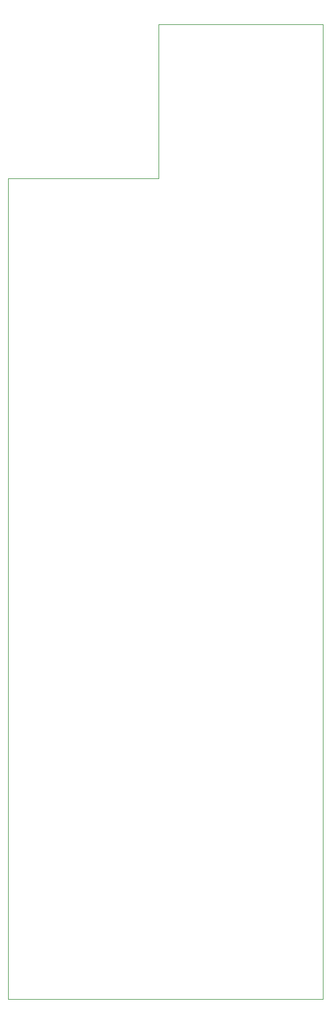
<source format=gm1>
G04 #@! TF.GenerationSoftware,KiCad,Pcbnew,6.0.9-8da3e8f707~116~ubuntu22.04.1*
G04 #@! TF.CreationDate,2022-11-08T11:41:05-05:00*
G04 #@! TF.ProjectId,clock_b1,636c6f63-6b5f-4623-912e-6b696361645f,rev?*
G04 #@! TF.SameCoordinates,Original*
G04 #@! TF.FileFunction,Profile,NP*
%FSLAX46Y46*%
G04 Gerber Fmt 4.6, Leading zero omitted, Abs format (unit mm)*
G04 Created by KiCad (PCBNEW 6.0.9-8da3e8f707~116~ubuntu22.04.1) date 2022-11-08 11:41:05*
%MOMM*%
%LPD*%
G01*
G04 APERTURE LIST*
G04 #@! TA.AperFunction,Profile*
%ADD10C,0.100000*%
G04 #@! TD*
G04 APERTURE END LIST*
D10*
X15000000Y-157500000D02*
X15000000Y-37500000D01*
X61000000Y-15000000D02*
X61000000Y-157500000D01*
X15000000Y-37500000D02*
X37000000Y-37500000D01*
X37000000Y-37500000D02*
X37000000Y-15000000D01*
X61000000Y-157500000D02*
X15000000Y-157500000D01*
X37000000Y-15000000D02*
X61000000Y-15000000D01*
M02*

</source>
